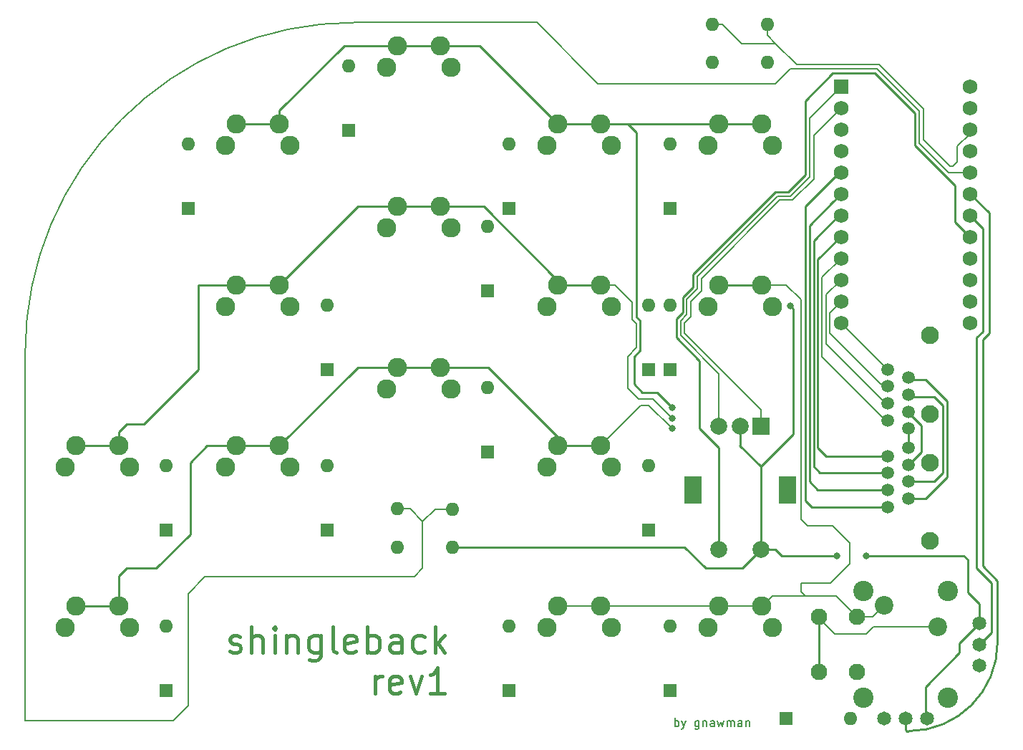
<source format=gtl>
G04 #@! TF.GenerationSoftware,KiCad,Pcbnew,(6.0.8)*
G04 #@! TF.CreationDate,2023-05-18T22:35:38+10:00*
G04 #@! TF.ProjectId,shingleback,7368696e-676c-4656-9261-636b2e6b6963,rev?*
G04 #@! TF.SameCoordinates,Original*
G04 #@! TF.FileFunction,Copper,L1,Top*
G04 #@! TF.FilePolarity,Positive*
%FSLAX46Y46*%
G04 Gerber Fmt 4.6, Leading zero omitted, Abs format (unit mm)*
G04 Created by KiCad (PCBNEW (6.0.8)) date 2023-05-18 22:35:38*
%MOMM*%
%LPD*%
G01*
G04 APERTURE LIST*
%ADD10C,0.150000*%
G04 #@! TA.AperFunction,NonConductor*
%ADD11C,0.150000*%
G04 #@! TD*
%ADD12C,0.450000*%
G04 #@! TA.AperFunction,NonConductor*
%ADD13C,0.450000*%
G04 #@! TD*
G04 #@! TA.AperFunction,ComponentPad*
%ADD14C,2.286000*%
G04 #@! TD*
G04 #@! TA.AperFunction,ComponentPad*
%ADD15R,1.752600X1.752600*%
G04 #@! TD*
G04 #@! TA.AperFunction,ComponentPad*
%ADD16C,1.752600*%
G04 #@! TD*
G04 #@! TA.AperFunction,ComponentPad*
%ADD17R,1.600000X1.600000*%
G04 #@! TD*
G04 #@! TA.AperFunction,ComponentPad*
%ADD18O,1.600000X1.600000*%
G04 #@! TD*
G04 #@! TA.AperFunction,ComponentPad*
%ADD19C,1.500000*%
G04 #@! TD*
G04 #@! TA.AperFunction,WasherPad*
%ADD20C,2.100000*%
G04 #@! TD*
G04 #@! TA.AperFunction,ComponentPad*
%ADD21R,2.000000X2.000000*%
G04 #@! TD*
G04 #@! TA.AperFunction,ComponentPad*
%ADD22C,2.000000*%
G04 #@! TD*
G04 #@! TA.AperFunction,ComponentPad*
%ADD23R,2.000000X3.200000*%
G04 #@! TD*
G04 #@! TA.AperFunction,ComponentPad*
%ADD24C,1.950000*%
G04 #@! TD*
G04 #@! TA.AperFunction,ComponentPad*
%ADD25C,1.650000*%
G04 #@! TD*
G04 #@! TA.AperFunction,ComponentPad*
%ADD26C,2.400000*%
G04 #@! TD*
G04 #@! TA.AperFunction,ComponentPad*
%ADD27C,2.200000*%
G04 #@! TD*
G04 #@! TA.AperFunction,ViaPad*
%ADD28C,0.800000*%
G04 #@! TD*
G04 #@! TA.AperFunction,Conductor*
%ADD29C,0.250000*%
G04 #@! TD*
G04 #@! TA.AperFunction,Conductor*
%ADD30C,0.200000*%
G04 #@! TD*
G04 APERTURE END LIST*
D10*
D11*
X151321428Y-109202380D02*
X151321428Y-108202380D01*
X151321428Y-108583333D02*
X151416666Y-108535714D01*
X151607142Y-108535714D01*
X151702380Y-108583333D01*
X151750000Y-108630952D01*
X151797619Y-108726190D01*
X151797619Y-109011904D01*
X151750000Y-109107142D01*
X151702380Y-109154761D01*
X151607142Y-109202380D01*
X151416666Y-109202380D01*
X151321428Y-109154761D01*
X152130952Y-108535714D02*
X152369047Y-109202380D01*
X152607142Y-108535714D02*
X152369047Y-109202380D01*
X152273809Y-109440476D01*
X152226190Y-109488095D01*
X152130952Y-109535714D01*
X154178571Y-108535714D02*
X154178571Y-109345238D01*
X154130952Y-109440476D01*
X154083333Y-109488095D01*
X153988095Y-109535714D01*
X153845238Y-109535714D01*
X153750000Y-109488095D01*
X154178571Y-109154761D02*
X154083333Y-109202380D01*
X153892857Y-109202380D01*
X153797619Y-109154761D01*
X153750000Y-109107142D01*
X153702380Y-109011904D01*
X153702380Y-108726190D01*
X153750000Y-108630952D01*
X153797619Y-108583333D01*
X153892857Y-108535714D01*
X154083333Y-108535714D01*
X154178571Y-108583333D01*
X154654761Y-108535714D02*
X154654761Y-109202380D01*
X154654761Y-108630952D02*
X154702380Y-108583333D01*
X154797619Y-108535714D01*
X154940476Y-108535714D01*
X155035714Y-108583333D01*
X155083333Y-108678571D01*
X155083333Y-109202380D01*
X155988095Y-109202380D02*
X155988095Y-108678571D01*
X155940476Y-108583333D01*
X155845238Y-108535714D01*
X155654761Y-108535714D01*
X155559523Y-108583333D01*
X155988095Y-109154761D02*
X155892857Y-109202380D01*
X155654761Y-109202380D01*
X155559523Y-109154761D01*
X155511904Y-109059523D01*
X155511904Y-108964285D01*
X155559523Y-108869047D01*
X155654761Y-108821428D01*
X155892857Y-108821428D01*
X155988095Y-108773809D01*
X156369047Y-108535714D02*
X156559523Y-109202380D01*
X156750000Y-108726190D01*
X156940476Y-109202380D01*
X157130952Y-108535714D01*
X157511904Y-109202380D02*
X157511904Y-108535714D01*
X157511904Y-108630952D02*
X157559523Y-108583333D01*
X157654761Y-108535714D01*
X157797619Y-108535714D01*
X157892857Y-108583333D01*
X157940476Y-108678571D01*
X157940476Y-109202380D01*
X157940476Y-108678571D02*
X157988095Y-108583333D01*
X158083333Y-108535714D01*
X158226190Y-108535714D01*
X158321428Y-108583333D01*
X158369047Y-108678571D01*
X158369047Y-109202380D01*
X159273809Y-109202380D02*
X159273809Y-108678571D01*
X159226190Y-108583333D01*
X159130952Y-108535714D01*
X158940476Y-108535714D01*
X158845238Y-108583333D01*
X159273809Y-109154761D02*
X159178571Y-109202380D01*
X158940476Y-109202380D01*
X158845238Y-109154761D01*
X158797619Y-109059523D01*
X158797619Y-108964285D01*
X158845238Y-108869047D01*
X158940476Y-108821428D01*
X159178571Y-108821428D01*
X159273809Y-108773809D01*
X159750000Y-108535714D02*
X159750000Y-109202380D01*
X159750000Y-108630952D02*
X159797619Y-108583333D01*
X159892857Y-108535714D01*
X160035714Y-108535714D01*
X160130952Y-108583333D01*
X160178571Y-108678571D01*
X160178571Y-109202380D01*
D12*
D13*
X98707500Y-100299285D02*
X98993214Y-100442142D01*
X99564642Y-100442142D01*
X99850357Y-100299285D01*
X99993214Y-100013571D01*
X99993214Y-99870714D01*
X99850357Y-99585000D01*
X99564642Y-99442142D01*
X99136071Y-99442142D01*
X98850357Y-99299285D01*
X98707500Y-99013571D01*
X98707500Y-98870714D01*
X98850357Y-98585000D01*
X99136071Y-98442142D01*
X99564642Y-98442142D01*
X99850357Y-98585000D01*
X101278928Y-100442142D02*
X101278928Y-97442142D01*
X102564642Y-100442142D02*
X102564642Y-98870714D01*
X102421785Y-98585000D01*
X102136071Y-98442142D01*
X101707500Y-98442142D01*
X101421785Y-98585000D01*
X101278928Y-98727857D01*
X103993214Y-100442142D02*
X103993214Y-98442142D01*
X103993214Y-97442142D02*
X103850357Y-97585000D01*
X103993214Y-97727857D01*
X104136071Y-97585000D01*
X103993214Y-97442142D01*
X103993214Y-97727857D01*
X105421785Y-98442142D02*
X105421785Y-100442142D01*
X105421785Y-98727857D02*
X105564642Y-98585000D01*
X105850357Y-98442142D01*
X106278928Y-98442142D01*
X106564642Y-98585000D01*
X106707500Y-98870714D01*
X106707500Y-100442142D01*
X109421785Y-98442142D02*
X109421785Y-100870714D01*
X109278928Y-101156428D01*
X109136071Y-101299285D01*
X108850357Y-101442142D01*
X108421785Y-101442142D01*
X108136071Y-101299285D01*
X109421785Y-100299285D02*
X109136071Y-100442142D01*
X108564642Y-100442142D01*
X108278928Y-100299285D01*
X108136071Y-100156428D01*
X107993214Y-99870714D01*
X107993214Y-99013571D01*
X108136071Y-98727857D01*
X108278928Y-98585000D01*
X108564642Y-98442142D01*
X109136071Y-98442142D01*
X109421785Y-98585000D01*
X111278928Y-100442142D02*
X110993214Y-100299285D01*
X110850357Y-100013571D01*
X110850357Y-97442142D01*
X113564642Y-100299285D02*
X113278928Y-100442142D01*
X112707500Y-100442142D01*
X112421785Y-100299285D01*
X112278928Y-100013571D01*
X112278928Y-98870714D01*
X112421785Y-98585000D01*
X112707500Y-98442142D01*
X113278928Y-98442142D01*
X113564642Y-98585000D01*
X113707500Y-98870714D01*
X113707500Y-99156428D01*
X112278928Y-99442142D01*
X114993214Y-100442142D02*
X114993214Y-97442142D01*
X114993214Y-98585000D02*
X115278928Y-98442142D01*
X115850357Y-98442142D01*
X116136071Y-98585000D01*
X116278928Y-98727857D01*
X116421785Y-99013571D01*
X116421785Y-99870714D01*
X116278928Y-100156428D01*
X116136071Y-100299285D01*
X115850357Y-100442142D01*
X115278928Y-100442142D01*
X114993214Y-100299285D01*
X118993214Y-100442142D02*
X118993214Y-98870714D01*
X118850357Y-98585000D01*
X118564642Y-98442142D01*
X117993214Y-98442142D01*
X117707500Y-98585000D01*
X118993214Y-100299285D02*
X118707500Y-100442142D01*
X117993214Y-100442142D01*
X117707500Y-100299285D01*
X117564642Y-100013571D01*
X117564642Y-99727857D01*
X117707500Y-99442142D01*
X117993214Y-99299285D01*
X118707500Y-99299285D01*
X118993214Y-99156428D01*
X121707500Y-100299285D02*
X121421785Y-100442142D01*
X120850357Y-100442142D01*
X120564642Y-100299285D01*
X120421785Y-100156428D01*
X120278928Y-99870714D01*
X120278928Y-99013571D01*
X120421785Y-98727857D01*
X120564642Y-98585000D01*
X120850357Y-98442142D01*
X121421785Y-98442142D01*
X121707500Y-98585000D01*
X122993214Y-100442142D02*
X122993214Y-97442142D01*
X123278928Y-99299285D02*
X124136071Y-100442142D01*
X124136071Y-98442142D02*
X122993214Y-99585000D01*
X115850357Y-105272142D02*
X115850357Y-103272142D01*
X115850357Y-103843571D02*
X115993214Y-103557857D01*
X116136071Y-103415000D01*
X116421785Y-103272142D01*
X116707500Y-103272142D01*
X118850357Y-105129285D02*
X118564642Y-105272142D01*
X117993214Y-105272142D01*
X117707500Y-105129285D01*
X117564642Y-104843571D01*
X117564642Y-103700714D01*
X117707500Y-103415000D01*
X117993214Y-103272142D01*
X118564642Y-103272142D01*
X118850357Y-103415000D01*
X118993214Y-103700714D01*
X118993214Y-103986428D01*
X117564642Y-104272142D01*
X119993214Y-103272142D02*
X120707500Y-105272142D01*
X121421785Y-103272142D01*
X124136071Y-105272142D02*
X122421785Y-105272142D01*
X123278928Y-105272142D02*
X123278928Y-102272142D01*
X122993214Y-102700714D01*
X122707500Y-102986428D01*
X122421785Y-103129285D01*
D14*
X156500000Y-57000000D03*
X161580000Y-57000000D03*
X162850000Y-59540000D03*
X155230000Y-59540000D03*
X118500000Y-28750000D03*
X123580000Y-28750000D03*
X117230000Y-31290000D03*
X124850000Y-31290000D03*
X104580000Y-38000000D03*
X99500000Y-38000000D03*
X98230000Y-40540000D03*
X105850000Y-40540000D03*
D15*
X171000000Y-33560000D03*
D16*
X171000000Y-36100000D03*
X171000000Y-38640000D03*
X171000000Y-41180000D03*
X171000000Y-43720000D03*
X171000000Y-46260000D03*
X171000000Y-48800000D03*
X171000000Y-51340000D03*
X171000000Y-53880000D03*
X171000000Y-56420000D03*
X171000000Y-58960000D03*
X171000000Y-61500000D03*
X186240000Y-33560000D03*
X186240000Y-36100000D03*
X186240000Y-38640000D03*
X186240000Y-41180000D03*
X186240000Y-43720000D03*
X186240000Y-46260000D03*
X186240000Y-48800000D03*
X186240000Y-51340000D03*
X186240000Y-53880000D03*
X186240000Y-56420000D03*
X186240000Y-58960000D03*
X186240000Y-61500000D03*
D17*
X131750000Y-105000000D03*
D18*
X131750000Y-97380000D03*
D14*
X137500000Y-38000000D03*
X142580000Y-38000000D03*
X143850000Y-40540000D03*
X136230000Y-40540000D03*
D18*
X125000000Y-83500000D03*
D14*
X161630000Y-94989717D03*
X156550000Y-94989717D03*
X162900000Y-97529717D03*
X155280000Y-97529717D03*
D17*
X150750000Y-48000000D03*
D18*
X150750000Y-40380000D03*
X162249999Y-30723758D03*
X118500000Y-88000000D03*
X124999999Y-87997945D03*
D17*
X110200000Y-67000000D03*
D18*
X110200000Y-59380000D03*
D14*
X80500000Y-76000000D03*
X85580000Y-76000000D03*
X86850000Y-78540000D03*
X79230000Y-78540000D03*
X99500000Y-57000000D03*
X104580000Y-57000000D03*
X105850000Y-59540000D03*
X98230000Y-59540000D03*
X156500000Y-38000000D03*
X161580000Y-38000000D03*
X162850000Y-40540000D03*
X155230000Y-40540000D03*
X80500000Y-95000000D03*
X85580000Y-95000000D03*
X86850000Y-97540000D03*
X79230000Y-97540000D03*
D17*
X129200000Y-76750000D03*
D18*
X129200000Y-69130000D03*
D19*
X176500000Y-69000000D03*
X179000000Y-72000000D03*
X179000000Y-70000000D03*
X176500000Y-71000000D03*
X179000000Y-74000000D03*
X176500000Y-73000000D03*
D20*
X181500000Y-63000000D03*
X181500000Y-78000000D03*
D19*
X176500000Y-67000000D03*
X179000000Y-68000000D03*
D18*
X155750000Y-30725813D03*
D17*
X91200000Y-86000000D03*
D18*
X91200000Y-78380000D03*
D17*
X91200000Y-105000000D03*
D18*
X91200000Y-97380000D03*
D17*
X112750000Y-38750000D03*
D18*
X112750000Y-31130000D03*
D14*
X137500000Y-57000000D03*
X142580000Y-57000000D03*
X143850000Y-59540000D03*
X136230000Y-59540000D03*
D17*
X110200000Y-86000000D03*
D18*
X110200000Y-78380000D03*
D17*
X148200000Y-86000000D03*
D18*
X148200000Y-78380000D03*
D14*
X123580000Y-66750000D03*
X118500000Y-66750000D03*
X117230000Y-69290000D03*
X124850000Y-69290000D03*
D21*
X161540000Y-73750000D03*
D22*
X156540000Y-73750000D03*
X159040000Y-73750000D03*
D23*
X153440000Y-81250000D03*
X164640000Y-81250000D03*
D22*
X156540000Y-88250000D03*
X161540000Y-88250000D03*
D14*
X137500000Y-76000000D03*
X142580000Y-76000000D03*
X136230000Y-78540000D03*
X143850000Y-78540000D03*
D18*
X118500000Y-83494874D03*
D17*
X150750000Y-67000000D03*
D18*
X150750000Y-59380000D03*
D17*
X93750000Y-48000000D03*
D18*
X93750000Y-40380000D03*
D17*
X164500000Y-108250000D03*
D18*
X172120000Y-108250000D03*
D17*
X150800000Y-104989717D03*
D18*
X150800000Y-97369717D03*
D14*
X99500000Y-76000000D03*
X104580000Y-76000000D03*
X98230000Y-78540000D03*
X105850000Y-78540000D03*
X118500000Y-47750000D03*
X123580000Y-47750000D03*
X124850000Y-50290000D03*
X117230000Y-50290000D03*
D17*
X129200000Y-57750000D03*
D18*
X129200000Y-50130000D03*
X155750000Y-26220687D03*
D24*
X172873410Y-96250000D03*
X172873410Y-102750000D03*
D25*
X187353410Y-97000000D03*
X181123410Y-108230000D03*
D26*
X183623410Y-105825000D03*
X173623410Y-93175000D03*
X173623410Y-105825000D03*
X183623410Y-93175000D03*
D24*
X168373410Y-96250000D03*
X168373410Y-102750000D03*
D25*
X187353410Y-102000000D03*
X176123410Y-108230000D03*
X178623410Y-108230000D03*
X187353410Y-99500000D03*
D14*
X137500000Y-95000000D03*
X142580000Y-95000000D03*
X136230000Y-97540000D03*
X143850000Y-97540000D03*
D17*
X131750000Y-48000000D03*
D18*
X131750000Y-40380000D03*
X162250000Y-26225813D03*
D17*
X148200000Y-67000000D03*
D18*
X148200000Y-59380000D03*
D19*
X179000000Y-80250000D03*
X179000000Y-82250000D03*
X176500000Y-81250000D03*
X176500000Y-83250000D03*
D20*
X181500000Y-72250000D03*
D19*
X176500000Y-77250000D03*
X179000000Y-78250000D03*
X176500000Y-79250000D03*
X179000000Y-76250000D03*
D20*
X181500000Y-87250000D03*
D27*
X176083410Y-94900000D03*
X182433410Y-97440000D03*
D28*
X151000000Y-71500000D03*
X151000000Y-72750000D03*
X151000000Y-74000000D03*
X174000000Y-89000000D03*
X165000000Y-59500000D03*
X170500000Y-89000000D03*
D29*
X189500000Y-92000000D02*
X187750000Y-90250000D01*
D30*
X156540000Y-67540000D02*
X152000000Y-63000000D01*
D29*
X163250000Y-46000000D02*
X164750000Y-46000000D01*
D30*
X154000000Y-56000000D02*
X163500000Y-46500000D01*
D29*
X154250000Y-66000000D02*
X151500000Y-63250000D01*
D30*
X161540000Y-73750000D02*
X161540000Y-71790000D01*
D29*
X152250000Y-58500000D02*
X153500000Y-57250000D01*
D30*
X165750000Y-31000000D02*
X163250000Y-28500000D01*
X153250000Y-60750000D02*
X153250000Y-59000000D01*
D29*
X184500000Y-49600000D02*
X186240000Y-51340000D01*
X164750000Y-46000000D02*
X166750000Y-44000000D01*
D30*
X180750000Y-39860000D02*
X180750000Y-36250000D01*
X184750000Y-40640000D02*
X184750000Y-42500000D01*
X186240000Y-38640000D02*
X186240000Y-39150000D01*
X152750000Y-58750000D02*
X154000000Y-57500000D01*
X156970687Y-26220687D02*
X155750000Y-26220687D01*
X163250000Y-28500000D02*
X162250000Y-27500000D01*
X182433410Y-97440000D02*
X174810000Y-97440000D01*
X121499999Y-84997945D02*
X122997944Y-83500000D01*
D29*
X178623410Y-109623410D02*
X178750000Y-109750000D01*
D30*
X152500000Y-62750000D02*
X152500000Y-61500000D01*
X174810000Y-97440000D02*
X174000000Y-98250000D01*
X163500000Y-46500000D02*
X165000000Y-46500000D01*
X152000000Y-61250000D02*
X152750000Y-60500000D01*
X184250000Y-43000000D02*
X184750000Y-42500000D01*
X154000000Y-57500000D02*
X154000000Y-56000000D01*
X186240000Y-43720000D02*
X183720000Y-43720000D01*
X184250000Y-43000000D02*
X183890000Y-43000000D01*
D29*
X188500000Y-62750000D02*
X188500000Y-48520000D01*
D30*
X119996928Y-83494874D02*
X118500000Y-83494874D01*
D29*
X151500000Y-61000000D02*
X152250000Y-60250000D01*
X153500000Y-55750000D02*
X163250000Y-46000000D01*
D30*
X152500000Y-61500000D02*
X153250000Y-60750000D01*
D29*
X187750000Y-90250000D02*
X187750000Y-63500000D01*
X156540000Y-88250000D02*
X156540000Y-76290000D01*
X178750000Y-109750000D02*
X179000000Y-109750000D01*
D30*
X174000000Y-98250000D02*
X170250000Y-98250000D01*
D29*
X168373410Y-96250000D02*
X168373410Y-102750000D01*
D30*
X163750000Y-47000000D02*
X165250000Y-47000000D01*
X153250000Y-59000000D02*
X154500000Y-57750000D01*
D29*
X178623410Y-108230000D02*
X178623410Y-109623410D01*
D30*
X74500000Y-65000000D02*
X74500000Y-108500000D01*
X167750000Y-44500000D02*
X167750000Y-39350000D01*
D29*
X187353410Y-99500000D02*
X188750000Y-98103410D01*
D30*
X156540000Y-73750000D02*
X156540000Y-67540000D01*
D29*
X151500000Y-63250000D02*
X151500000Y-61000000D01*
X152250000Y-60250000D02*
X152250000Y-58500000D01*
D30*
X163250000Y-28500000D02*
X159250000Y-28500000D01*
X186240000Y-39150000D02*
X184750000Y-40640000D01*
D29*
X154250000Y-74000000D02*
X154250000Y-66000000D01*
D30*
X121499999Y-84997945D02*
X119996928Y-83494874D01*
X165000000Y-31500000D02*
X163250000Y-33250000D01*
X120500000Y-91500000D02*
X121500000Y-90500000D01*
X175500000Y-31000000D02*
X165750000Y-31000000D01*
D29*
X188750000Y-92250000D02*
X187000000Y-90500000D01*
X175000000Y-32000000D02*
X179750000Y-36750000D01*
D30*
X95750000Y-91500000D02*
X120500000Y-91500000D01*
X159250000Y-28500000D02*
X156970687Y-26220687D01*
D29*
X187750000Y-63500000D02*
X188500000Y-62750000D01*
D30*
X180250000Y-40250000D02*
X180250000Y-36500000D01*
D29*
X184500000Y-45250000D02*
X184500000Y-49600000D01*
D30*
X93750000Y-106750000D02*
X93750000Y-93500000D01*
D29*
X170000000Y-32000000D02*
X175000000Y-32000000D01*
D30*
X168373410Y-96373410D02*
X168373410Y-96250000D01*
X154500000Y-57750000D02*
X154500000Y-56250000D01*
X152000000Y-63000000D02*
X152000000Y-61250000D01*
D29*
X179750000Y-36750000D02*
X179750000Y-40500000D01*
D30*
X74500000Y-108500000D02*
X92000000Y-108500000D01*
D29*
X188500000Y-48520000D02*
X186240000Y-46260000D01*
X187750000Y-50310000D02*
X186240000Y-48800000D01*
X189500000Y-99250000D02*
X189500000Y-92000000D01*
D30*
X165000000Y-46500000D02*
X167250000Y-44250000D01*
X92000000Y-108500000D02*
X93750000Y-106750000D01*
D29*
X179750000Y-40500000D02*
X184500000Y-45250000D01*
D30*
X180750000Y-36250000D02*
X175500000Y-31000000D01*
X183720000Y-43720000D02*
X180250000Y-40250000D01*
X154500000Y-56250000D02*
X163750000Y-47000000D01*
D29*
X166750000Y-35250000D02*
X170000000Y-32000000D01*
X187750000Y-62500000D02*
X187750000Y-50310000D01*
X166750000Y-44000000D02*
X166750000Y-35250000D01*
D30*
X163250000Y-33250000D02*
X142250000Y-33250000D01*
X121500000Y-90500000D02*
X121499999Y-84997945D01*
D29*
X156540000Y-76290000D02*
X154250000Y-74000000D01*
D30*
X135000000Y-26000000D02*
X113500000Y-26000000D01*
X122997944Y-83500000D02*
X125000000Y-83500000D01*
X161540000Y-71790000D02*
X152500000Y-62750000D01*
X170250000Y-98250000D02*
X168373410Y-96373410D01*
D29*
X187000000Y-63250000D02*
X187750000Y-62500000D01*
D30*
X167250000Y-37310000D02*
X171000000Y-33560000D01*
X93750000Y-93500000D02*
X95750000Y-91500000D01*
D29*
X153500000Y-57250000D02*
X153500000Y-55750000D01*
X187000000Y-90500000D02*
X187000000Y-63250000D01*
D30*
X175250000Y-31500000D02*
X165000000Y-31500000D01*
X142250000Y-33250000D02*
X135000000Y-26000000D01*
X167750000Y-39350000D02*
X171000000Y-36100000D01*
X167250000Y-44250000D02*
X167250000Y-37310000D01*
X152750000Y-60500000D02*
X152750000Y-58750000D01*
D29*
X188750000Y-98103410D02*
X188750000Y-92250000D01*
D30*
X165250000Y-47000000D02*
X167750000Y-44500000D01*
X162250000Y-27500000D02*
X162250000Y-26225813D01*
X183890000Y-43000000D02*
X180750000Y-39860000D01*
X180250000Y-36500000D02*
X175250000Y-31500000D01*
D29*
X179000000Y-109750000D02*
G75*
G03*
X189500000Y-99250000I0J10500000D01*
G01*
D30*
X74500000Y-65000000D02*
G75*
G02*
X113500000Y-26000000I39000000J0D01*
G01*
D29*
X171000000Y-43720000D02*
X170780000Y-43720000D01*
X170780000Y-43720000D02*
X166750000Y-47750000D01*
X167500000Y-83250000D02*
X176500000Y-83250000D01*
X166750000Y-47750000D02*
X166750000Y-82500000D01*
X166750000Y-82500000D02*
X167500000Y-83250000D01*
X168250000Y-81250000D02*
X176500000Y-81250000D01*
X167250000Y-80250000D02*
X168250000Y-81250000D01*
X170000000Y-47250000D02*
X167250000Y-50000000D01*
X167250000Y-50000000D02*
X167250000Y-80250000D01*
X170010000Y-47250000D02*
X170000000Y-47250000D01*
X171000000Y-46260000D02*
X170010000Y-47250000D01*
X168500000Y-79250000D02*
X176500000Y-79250000D01*
X167750000Y-51750000D02*
X167750000Y-78500000D01*
X167750000Y-78500000D02*
X168500000Y-79250000D01*
X170700000Y-48800000D02*
X167750000Y-51750000D01*
X169250000Y-77250000D02*
X176500000Y-77250000D01*
X168250000Y-76250000D02*
X169250000Y-77250000D01*
X170910000Y-51340000D02*
X168250000Y-54000000D01*
X168250000Y-54000000D02*
X168250000Y-76250000D01*
X128250000Y-28750000D02*
X137500000Y-38000000D01*
X147250000Y-61250000D02*
X147250000Y-64750000D01*
X146745901Y-60745901D02*
X147250000Y-61250000D01*
X179000000Y-82250000D02*
X181000000Y-82250000D01*
X181000000Y-68250000D02*
X179100000Y-68250000D01*
X137500000Y-38000000D02*
X142580000Y-38000000D01*
X104580000Y-38000000D02*
X104580000Y-36383554D01*
X99500000Y-38000000D02*
X104580000Y-38000000D01*
X181000000Y-82250000D02*
X183500000Y-79750000D01*
X142580000Y-38000000D02*
X145750000Y-38000000D01*
X145750000Y-38000000D02*
X146745901Y-38995901D01*
X112213554Y-28750000D02*
X118500000Y-28750000D01*
X146500000Y-68750000D02*
X147500000Y-69750000D01*
X179100000Y-68250000D02*
X179000000Y-68150000D01*
X104580000Y-36383554D02*
X112213554Y-28750000D01*
X145750000Y-38000000D02*
X156500000Y-38000000D01*
X183500000Y-70750000D02*
X181000000Y-68250000D01*
X123580000Y-28750000D02*
X128250000Y-28750000D01*
X183500000Y-79750000D02*
X183500000Y-70750000D01*
X147500000Y-69750000D02*
X149250000Y-69750000D01*
X146745901Y-38995901D02*
X146745901Y-60745901D01*
X147250000Y-64750000D02*
X146500000Y-65500000D01*
X146500000Y-65500000D02*
X146500000Y-68750000D01*
X118500000Y-28750000D02*
X123580000Y-28750000D01*
X156500000Y-38000000D02*
X161580000Y-38000000D01*
X149250000Y-69750000D02*
X151000000Y-71500000D01*
X179100000Y-70250000D02*
X179000000Y-70150000D01*
X104580000Y-57000000D02*
X113830000Y-47750000D01*
X137500000Y-57000000D02*
X142580000Y-57000000D01*
X99500000Y-57000000D02*
X95000000Y-57000000D01*
X113830000Y-47750000D02*
X118500000Y-47750000D01*
D30*
X145750000Y-65500000D02*
X146825000Y-64425000D01*
D29*
X95000000Y-67000000D02*
X88500000Y-73500000D01*
D30*
X146825000Y-64425000D02*
X146825000Y-61575000D01*
X148750000Y-70500000D02*
X147000000Y-70500000D01*
D29*
X85580000Y-74420000D02*
X85580000Y-76000000D01*
D30*
X147000000Y-70500000D02*
X145750000Y-69250000D01*
D29*
X123580000Y-47750000D02*
X128750000Y-47750000D01*
X179000000Y-80250000D02*
X182000000Y-80250000D01*
X95000000Y-57000000D02*
X95000000Y-67000000D01*
D30*
X146320901Y-59070901D02*
X144250000Y-57000000D01*
X145750000Y-69250000D02*
X145750000Y-65500000D01*
D29*
X183000000Y-71250000D02*
X182000000Y-70250000D01*
X86500000Y-73500000D02*
X85580000Y-74420000D01*
D30*
X151000000Y-72750000D02*
X148750000Y-70500000D01*
D29*
X182000000Y-70250000D02*
X179100000Y-70250000D01*
X99500000Y-57000000D02*
X104580000Y-57000000D01*
X183000000Y-79250000D02*
X183000000Y-71250000D01*
X137500000Y-56500000D02*
X137500000Y-57000000D01*
X128750000Y-47750000D02*
X137500000Y-56500000D01*
X88500000Y-73500000D02*
X86500000Y-73500000D01*
D30*
X146825000Y-61575000D02*
X146320901Y-61070901D01*
D29*
X80500000Y-76000000D02*
X85580000Y-76000000D01*
X182000000Y-80250000D02*
X183000000Y-79250000D01*
D30*
X146320901Y-61070901D02*
X146320901Y-59070901D01*
X144250000Y-57000000D02*
X142580000Y-57000000D01*
D29*
X118500000Y-47750000D02*
X123580000Y-47750000D01*
X99500000Y-76000000D02*
X104580000Y-76000000D01*
X86500000Y-90500000D02*
X90000000Y-90500000D01*
X137500000Y-75000000D02*
X137500000Y-76000000D01*
X96000000Y-76000000D02*
X99500000Y-76000000D01*
X94000000Y-78000000D02*
X96000000Y-76000000D01*
X137500000Y-76000000D02*
X142580000Y-76000000D01*
X94000000Y-86500000D02*
X94000000Y-78000000D01*
X179000000Y-72150000D02*
X180500000Y-73650000D01*
X104580000Y-76000000D02*
X113830000Y-66750000D01*
D30*
X147330000Y-71250000D02*
X142580000Y-76000000D01*
D29*
X90000000Y-90500000D02*
X94000000Y-86500000D01*
X123580000Y-66750000D02*
X129250000Y-66750000D01*
X80500000Y-95000000D02*
X85580000Y-95000000D01*
X129250000Y-66750000D02*
X137500000Y-75000000D01*
D30*
X151000000Y-74000000D02*
X148250000Y-71250000D01*
D29*
X180500000Y-73650000D02*
X180500000Y-76750000D01*
X118500000Y-66750000D02*
X123580000Y-66750000D01*
X113830000Y-66750000D02*
X118500000Y-66750000D01*
X85580000Y-95000000D02*
X85580000Y-91420000D01*
X85580000Y-91420000D02*
X86500000Y-90500000D01*
X180500000Y-76750000D02*
X179000000Y-78250000D01*
D30*
X148250000Y-71250000D02*
X147330000Y-71250000D01*
X172000000Y-90000000D02*
X172000000Y-87500000D01*
X170373410Y-93750000D02*
X166750000Y-93750000D01*
X162869717Y-93750000D02*
X161630000Y-94989717D01*
X166750000Y-93750000D02*
X162869717Y-93750000D01*
X169750000Y-92250000D02*
X172000000Y-90000000D01*
X170000000Y-85500000D02*
X167000000Y-85500000D01*
X142580000Y-95000000D02*
X137500000Y-95000000D01*
X166250000Y-93250000D02*
X166250000Y-92250000D01*
X156550000Y-94989717D02*
X142590283Y-94989717D01*
X166750000Y-93750000D02*
X166250000Y-93250000D01*
X172000000Y-87500000D02*
X170000000Y-85500000D01*
X161630000Y-94989717D02*
X156550000Y-94989717D01*
X142590283Y-94989717D02*
X142580000Y-95000000D01*
X174733410Y-96250000D02*
X172873410Y-96250000D01*
X166250000Y-84750000D02*
X166250000Y-58750000D01*
X176083410Y-94900000D02*
X174733410Y-96250000D01*
X167000000Y-85500000D02*
X166250000Y-84750000D01*
D29*
X179000000Y-74150000D02*
X179000000Y-76250000D01*
D30*
X166250000Y-58750000D02*
X164500000Y-57000000D01*
X172873410Y-96250000D02*
X170373410Y-93750000D01*
X164500000Y-57000000D02*
X161580000Y-57000000D01*
D29*
X156500000Y-57000000D02*
X161580000Y-57000000D01*
D30*
X166250000Y-92250000D02*
X169750000Y-92250000D01*
D29*
X161500000Y-78500000D02*
X165345901Y-74654099D01*
X165345901Y-59845901D02*
X165000000Y-59500000D01*
X161540000Y-88250000D02*
X161540000Y-78540000D01*
X165345901Y-74654099D02*
X165345901Y-59845901D01*
X187353410Y-97000000D02*
X187353410Y-94748324D01*
X187353410Y-94748324D02*
X186000000Y-93394914D01*
X159000000Y-76000000D02*
X159040000Y-75960000D01*
X170500000Y-89000000D02*
X164000000Y-89000000D01*
X185000000Y-100500000D02*
X181000000Y-104500000D01*
X159040000Y-75960000D02*
X159040000Y-73750000D01*
X185000000Y-99353410D02*
X185000000Y-100500000D01*
X152497945Y-87997945D02*
X124999999Y-87997945D01*
X155000000Y-90500000D02*
X152497945Y-87997945D01*
X181000000Y-108106590D02*
X181123410Y-108230000D01*
X185500000Y-89000000D02*
X181000000Y-89000000D01*
X181000000Y-89000000D02*
X174000000Y-89000000D01*
X159290000Y-90500000D02*
X155000000Y-90500000D01*
X164000000Y-89000000D02*
X163250000Y-88250000D01*
X186000000Y-89500000D02*
X185500000Y-89000000D01*
X181000000Y-104500000D02*
X181000000Y-108106590D01*
X186000000Y-93394914D02*
X186000000Y-89500000D01*
X161540000Y-88250000D02*
X159290000Y-90500000D01*
X161540000Y-78540000D02*
X161500000Y-78500000D01*
X187353410Y-97000000D02*
X185000000Y-99353410D01*
X163250000Y-88250000D02*
X161540000Y-88250000D01*
X161500000Y-78500000D02*
X159000000Y-76000000D01*
D30*
X168750000Y-56130000D02*
X168750000Y-65500000D01*
X168750000Y-65500000D02*
X176250000Y-73000000D01*
X176250000Y-73000000D02*
X176500000Y-73000000D01*
X171000000Y-53880000D02*
X168750000Y-56130000D01*
X169250000Y-58170000D02*
X169250000Y-64000000D01*
X176250000Y-71000000D02*
X176500000Y-71000000D01*
X169250000Y-64000000D02*
X176250000Y-71000000D01*
X171000000Y-56420000D02*
X169250000Y-58170000D01*
X169650000Y-62750000D02*
X175650000Y-68750000D01*
X175650000Y-68750000D02*
X176250000Y-68750000D01*
X169650000Y-60310000D02*
X169650000Y-62750000D01*
X176250000Y-68750000D02*
X176500000Y-69000000D01*
X171000000Y-58960000D02*
X169650000Y-60310000D01*
X171000000Y-61500000D02*
X176500000Y-67000000D01*
M02*

</source>
